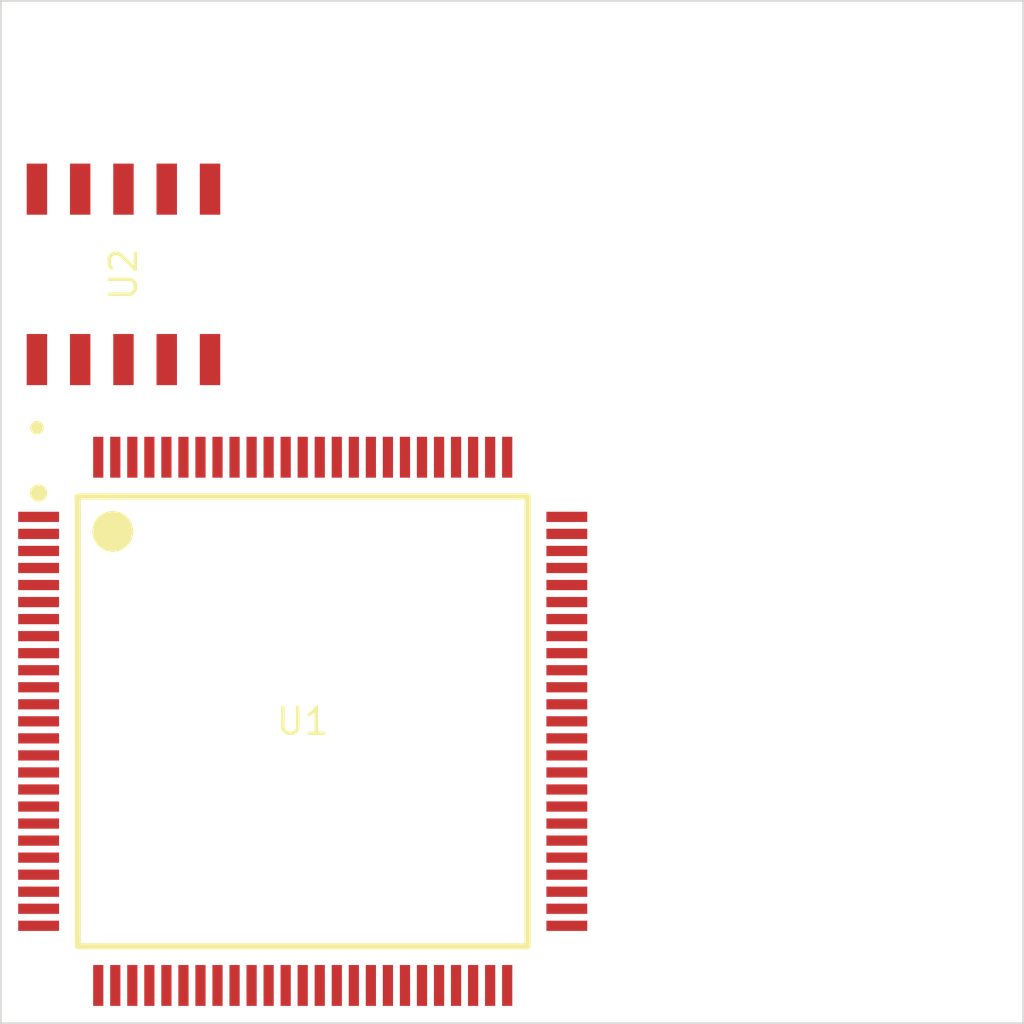
<source format=kicad_pcb>
(kicad_pcb (version 20171130) (host pcbnew 5.0.2)
  (general
    (links 0)
    (no_connects 0)
    (area 0 0 0 0)
    (thickness 1.6)
    (drawings 10)
    (tracks 0)
    (zones 0)
    (modules 0)
    (nets 4))
  (page A4)  (layers
    (0 F.Cu signal)
    (1 In1.Cu signal)
    (2 In2.Cu signal)
    (31 B.Cu signal)
    (32 B.Adhes user)
    (33 F.Adhes user)
    (34 B.Paste user)
    (35 F.Paste user)
    (36 B.SilkS user)
    (37 F.SilkS user)
    (38 B.Mask user)
    (39 F.Mask user)
    (40 Dwgs.User user)
    (41 Cmts.User user)
    (42 Eco1.User user)
    (43 Eco2.User user)
    (44 Edge.Cuts user)
    (45 Margin user)
    (46 B.CrtYd user)
    (47 F.CrtYd user)
    (48 B.Fab user)
    (49 F.Fab user))
  (setup
    (last_trace_width 0)
    (trace_clearance 0.2)
    (zone_clearance 0)
    (zone_45_only no)
    (trace_min 0.13)
    (segment_width 0.2)
    (edge_width 0.15)
    (via_size 0.5588)
    (via_drill 0.254)
    (via_min_size 0.5588)
    (via_min_drill 0.254)
    (uvia_size 0.01)
    (uvia_drill 0)
    (uvias_allowed no)
    (uvia_min_size 0)
    (uvia_min_drill 0)
    (pcb_text_width 0.3)
    (pcb_text_size 1.5 1.5)
    (mod_edge_width 0.15)
    (mod_text_size 1 1)
    (mod_text_width 0.15)
    (pad_size 1.524 1.524)
    (pad_drill 0.762)
    (pad_to_mask_clearance 0.051)
    (aux_axis_origin 0 0)
    (visible_elements FFFFFF7F)
    (pcbplotparams
      (layerselection 0x00030_80000001)
      (usegerberextensions false)
      (excludeedgelayer true)
      (linewidth 0.050000)
      (plotframeref false)
      (viasonmask false)
      (mode 1)
      (useauxorigin false)
      (hpglpennumber 1)
      (hpglpenspeed 20)
      (hpglpendiameter 15)
      (hpglpenoverlay 2)
      (psnegative false)
      (psa4output false)
      (plotreference true)
      (plotvalue true)
      (plotinvisibletext false)
      (padsonsilk false)
      (subtractmaskfromsilk false)
      (outputformat 1)
      (mirror false)
      (drillshape 1)
      (scaleselection 1)
      (outputdirectory ""))
  )
  (net 1 "PB4NJTRST")
  (net 2 "PE1")
  (net 3 "VREF+")
  (module jitx-design:STLQFP_100 (layer F.Cu) (tedit 00000000)
    (at 142.357999801636 111.142000198364 0.0)
    (pad 1 smd rect
      (at -7.75 -6.0 90.0)
      (size 0.3 1.2)
      (layers F.Cu F.Paste))
    (pad 2 smd rect
      (at -7.75 -5.5 90.0)
      (size 0.3 1.2)
      (layers F.Cu F.Paste))
    (pad 3 smd rect
      (at -7.75 -5.0 90.0)
      (size 0.3 1.2)
      (layers F.Cu F.Paste))
    (pad 4 smd rect
      (at -7.75 -4.5 90.0)
      (size 0.3 1.2)
      (layers F.Cu F.Paste))
    (pad 5 smd rect
      (at -7.75 -4.0 90.0)
      (size 0.3 1.2)
      (layers F.Cu F.Paste))
    (pad 6 smd rect
      (at -7.75 -3.5 90.0)
      (size 0.3 1.2)
      (layers F.Cu F.Paste))
    (pad 7 smd rect
      (at -7.75 -3.0 90.0)
      (size 0.3 1.2)
      (layers F.Cu F.Paste))
    (pad 8 smd rect
      (at -7.75 -2.5 90.0)
      (size 0.3 1.2)
      (layers F.Cu F.Paste))
    (pad 9 smd rect
      (at -7.75 -2.0 90.0)
      (size 0.3 1.2)
      (layers F.Cu F.Paste))
    (pad 10 smd rect
      (at -7.75 -1.5 90.0)
      (size 0.3 1.2)
      (layers F.Cu F.Paste))
    (pad 11 smd rect
      (at -7.75 -1.0 90.0)
      (size 0.3 1.2)
      (layers F.Cu F.Paste))
    (pad 12 smd rect
      (at -7.75 -0.5 90.0)
      (size 0.3 1.2)
      (layers F.Cu F.Paste))
    (pad 13 smd rect
      (at -7.75 0.0 90.0)
      (size 0.3 1.2)
      (layers F.Cu F.Paste))
    (pad 14 smd rect
      (at -7.75 0.5 90.0)
      (size 0.3 1.2)
      (layers F.Cu F.Paste))
    (pad 15 smd rect
      (at -7.75 1.0 90.0)
      (size 0.3 1.2)
      (layers F.Cu F.Paste))
    (pad 16 smd rect
      (at -7.75 1.5 90.0)
      (size 0.3 1.2)
      (layers F.Cu F.Paste))
    (pad 17 smd rect
      (at -7.75 2.0 90.0)
      (size 0.3 1.2)
      (layers F.Cu F.Paste))
    (pad 18 smd rect
      (at -7.75 2.5 90.0)
      (size 0.3 1.2)
      (layers F.Cu F.Paste))
    (pad 19 smd rect
      (at -7.75 3.0 90.0)
      (size 0.3 1.2)
      (layers F.Cu F.Paste))
    (pad 20 smd rect
      (at -7.75 3.5 90.0)
      (size 0.3 1.2)
      (layers F.Cu F.Paste))
    (pad 21 smd rect
      (at -7.75 4.0 90.0)
      (size 0.3 1.2)
      (net 3 "VREF+")
      (layers F.Cu F.Paste))
    (pad 22 smd rect
      (at -7.75 4.5 90.0)
      (size 0.3 1.2)
      (layers F.Cu F.Paste))
    (pad 23 smd rect
      (at -7.75 5.0 90.0)
      (size 0.3 1.2)
      (layers F.Cu F.Paste))
    (pad 24 smd rect
      (at -7.75 5.5 90.0)
      (size 0.3 1.2)
      (layers F.Cu F.Paste))
    (pad 25 smd rect
      (at -7.75 6.0 90.0)
      (size 0.3 1.2)
      (layers F.Cu F.Paste))
    (pad 26 smd rect
      (at -6.0 7.75 0.0)
      (size 0.3 1.2)
      (layers F.Cu F.Paste))
    (pad 27 smd rect
      (at -5.5 7.75 0.0)
      (size 0.3 1.2)
      (layers F.Cu F.Paste))
    (pad 28 smd rect
      (at -5.0 7.75 0.0)
      (size 0.3 1.2)
      (layers F.Cu F.Paste))
    (pad 29 smd rect
      (at -4.5 7.75 0.0)
      (size 0.3 1.2)
      (layers F.Cu F.Paste))
    (pad 30 smd rect
      (at -4.0 7.75 0.0)
      (size 0.3 1.2)
      (layers F.Cu F.Paste))
    (pad 31 smd rect
      (at -3.5 7.75 0.0)
      (size 0.3 1.2)
      (layers F.Cu F.Paste))
    (pad 32 smd rect
      (at -3.0 7.75 0.0)
      (size 0.3 1.2)
      (layers F.Cu F.Paste))
    (pad 33 smd rect
      (at -2.5 7.75 0.0)
      (size 0.3 1.2)
      (layers F.Cu F.Paste))
    (pad 34 smd rect
      (at -2.0 7.75 0.0)
      (size 0.3 1.2)
      (layers F.Cu F.Paste))
    (pad 35 smd rect
      (at -1.5 7.75 0.0)
      (size 0.3 1.2)
      (layers F.Cu F.Paste))
    (pad 36 smd rect
      (at -1.0 7.75 0.0)
      (size 0.3 1.2)
      (layers F.Cu F.Paste))
    (pad 37 smd rect
      (at -0.5 7.75 0.0)
      (size 0.3 1.2)
      (layers F.Cu F.Paste))
    (pad 38 smd rect
      (at 0.0 7.75 0.0)
      (size 0.3 1.2)
      (layers F.Cu F.Paste))
    (pad 39 smd rect
      (at 0.5 7.75 0.0)
      (size 0.3 1.2)
      (layers F.Cu F.Paste))
    (pad 40 smd rect
      (at 1.0 7.75 0.0)
      (size 0.3 1.2)
      (layers F.Cu F.Paste))
    (pad 41 smd rect
      (at 1.5 7.75 0.0)
      (size 0.3 1.2)
      (layers F.Cu F.Paste))
    (pad 42 smd rect
      (at 2.0 7.75 0.0)
      (size 0.3 1.2)
      (layers F.Cu F.Paste))
    (pad 43 smd rect
      (at 2.5 7.75 0.0)
      (size 0.3 1.2)
      (layers F.Cu F.Paste))
    (pad 44 smd rect
      (at 3.0 7.75 0.0)
      (size 0.3 1.2)
      (layers F.Cu F.Paste))
    (pad 45 smd rect
      (at 3.5 7.75 0.0)
      (size 0.3 1.2)
      (layers F.Cu F.Paste))
    (pad 46 smd rect
      (at 4.0 7.75 0.0)
      (size 0.3 1.2)
      (layers F.Cu F.Paste))
    (pad 47 smd rect
      (at 4.5 7.75 0.0)
      (size 0.3 1.2)
      (layers F.Cu F.Paste))
    (pad 48 smd rect
      (at 5.0 7.75 0.0)
      (size 0.3 1.2)
      (layers F.Cu F.Paste))
    (pad 49 smd rect
      (at 5.5 7.75 0.0)
      (size 0.3 1.2)
      (layers F.Cu F.Paste))
    (pad 50 smd rect
      (at 6.0 7.75 0.0)
      (size 0.3 1.2)
      (layers F.Cu F.Paste))
    (pad 51 smd rect
      (at 7.75 6.0 90.0)
      (size 0.3 1.2)
      (layers F.Cu F.Paste))
    (pad 52 smd rect
      (at 7.75 5.5 90.0)
      (size 0.3 1.2)
      (layers F.Cu F.Paste))
    (pad 53 smd rect
      (at 7.75 5.0 90.0)
      (size 0.3 1.2)
      (layers F.Cu F.Paste))
    (pad 54 smd rect
      (at 7.75 4.5 90.0)
      (size 0.3 1.2)
      (layers F.Cu F.Paste))
    (pad 55 smd rect
      (at 7.75 4.0 90.0)
      (size 0.3 1.2)
      (layers F.Cu F.Paste))
    (pad 56 smd rect
      (at 7.75 3.5 90.0)
      (size 0.3 1.2)
      (layers F.Cu F.Paste))
    (pad 57 smd rect
      (at 7.75 3.0 90.0)
      (size 0.3 1.2)
      (layers F.Cu F.Paste))
    (pad 58 smd rect
      (at 7.75 2.5 90.0)
      (size 0.3 1.2)
      (layers F.Cu F.Paste))
    (pad 59 smd rect
      (at 7.75 2.0 90.0)
      (size 0.3 1.2)
      (layers F.Cu F.Paste))
    (pad 60 smd rect
      (at 7.75 1.5 90.0)
      (size 0.3 1.2)
      (layers F.Cu F.Paste))
    (pad 61 smd rect
      (at 7.75 1.0 90.0)
      (size 0.3 1.2)
      (layers F.Cu F.Paste))
    (pad 62 smd rect
      (at 7.75 0.5 90.0)
      (size 0.3 1.2)
      (layers F.Cu F.Paste))
    (pad 63 smd rect
      (at 7.75 0.0 90.0)
      (size 0.3 1.2)
      (layers F.Cu F.Paste))
    (pad 64 smd rect
      (at 7.75 -0.5 90.0)
      (size 0.3 1.2)
      (layers F.Cu F.Paste))
    (pad 65 smd rect
      (at 7.75 -1.0 90.0)
      (size 0.3 1.2)
      (layers F.Cu F.Paste))
    (pad 66 smd rect
      (at 7.75 -1.5 90.0)
      (size 0.3 1.2)
      (layers F.Cu F.Paste))
    (pad 67 smd rect
      (at 7.75 -2.0 90.0)
      (size 0.3 1.2)
      (layers F.Cu F.Paste))
    (pad 68 smd rect
      (at 7.75 -2.5 90.0)
      (size 0.3 1.2)
      (layers F.Cu F.Paste))
    (pad 69 smd rect
      (at 7.75 -3.0 90.0)
      (size 0.3 1.2)
      (layers F.Cu F.Paste))
    (pad 70 smd rect
      (at 7.75 -3.5 90.0)
      (size 0.3 1.2)
      (layers F.Cu F.Paste))
    (pad 71 smd rect
      (at 7.75 -4.0 90.0)
      (size 0.3 1.2)
      (layers F.Cu F.Paste))
    (pad 72 smd rect
      (at 7.75 -4.5 90.0)
      (size 0.3 1.2)
      (layers F.Cu F.Paste))
    (pad 73 smd rect
      (at 7.75 -5.0 90.0)
      (size 0.3 1.2)
      (layers F.Cu F.Paste))
    (pad 74 smd rect
      (at 7.75 -5.5 90.0)
      (size 0.3 1.2)
      (layers F.Cu F.Paste))
    (pad 75 smd rect
      (at 7.75 -6.0 90.0)
      (size 0.3 1.2)
      (layers F.Cu F.Paste))
    (pad 76 smd rect
      (at 6.0 -7.75 0.0)
      (size 0.3 1.2)
      (layers F.Cu F.Paste))
    (pad 77 smd rect
      (at 5.5 -7.75 0.0)
      (size 0.3 1.2)
      (layers F.Cu F.Paste))
    (pad 78 smd rect
      (at 5.0 -7.75 0.0)
      (size 0.3 1.2)
      (layers F.Cu F.Paste))
    (pad 79 smd rect
      (at 4.5 -7.75 0.0)
      (size 0.3 1.2)
      (layers F.Cu F.Paste))
    (pad 80 smd rect
      (at 4.0 -7.75 0.0)
      (size 0.3 1.2)
      (layers F.Cu F.Paste))
    (pad 81 smd rect
      (at 3.5 -7.75 0.0)
      (size 0.3 1.2)
      (layers F.Cu F.Paste))
    (pad 82 smd rect
      (at 3.0 -7.75 0.0)
      (size 0.3 1.2)
      (layers F.Cu F.Paste))
    (pad 83 smd rect
      (at 2.5 -7.75 0.0)
      (size 0.3 1.2)
      (layers F.Cu F.Paste))
    (pad 84 smd rect
      (at 2.0 -7.75 0.0)
      (size 0.3 1.2)
      (layers F.Cu F.Paste))
    (pad 85 smd rect
      (at 1.5 -7.75 0.0)
      (size 0.3 1.2)
      (layers F.Cu F.Paste))
    (pad 86 smd rect
      (at 1.0 -7.75 0.0)
      (size 0.3 1.2)
      (layers F.Cu F.Paste))
    (pad 87 smd rect
      (at 0.5 -7.75 0.0)
      (size 0.3 1.2)
      (layers F.Cu F.Paste))
    (pad 88 smd rect
      (at 0.0 -7.75 0.0)
      (size 0.3 1.2)
      (layers F.Cu F.Paste))
    (pad 89 smd rect
      (at -0.5 -7.75 0.0)
      (size 0.3 1.2)
      (layers F.Cu F.Paste))
    (pad 90 smd rect
      (at -1.0 -7.75 0.0)
      (size 0.3 1.2)
      (net 1 "PB4NJTRST")
      (layers F.Cu F.Paste))
    (pad 91 smd rect
      (at -1.5 -7.75 0.0)
      (size 0.3 1.2)
      (layers F.Cu F.Paste))
    (pad 92 smd rect
      (at -2.0 -7.75 0.0)
      (size 0.3 1.2)
      (layers F.Cu F.Paste))
    (pad 93 smd rect
      (at -2.5 -7.75 0.0)
      (size 0.3 1.2)
      (layers F.Cu F.Paste))
    (pad 94 smd rect
      (at -3.0 -7.75 0.0)
      (size 0.3 1.2)
      (layers F.Cu F.Paste))
    (pad 95 smd rect
      (at -3.5 -7.75 0.0)
      (size 0.3 1.2)
      (layers F.Cu F.Paste))
    (pad 96 smd rect
      (at -4.0 -7.75 0.0)
      (size 0.3 1.2)
      (layers F.Cu F.Paste))
    (pad 97 smd rect
      (at -4.5 -7.75 0.0)
      (size 0.3 1.2)
      (layers F.Cu F.Paste))
    (pad 98 smd rect
      (at -5.0 -7.75 0.0)
      (size 0.3 1.2)
      (net 2 "PE1")
      (layers F.Cu F.Paste))
    (pad 99 smd rect
      (at -5.5 -7.75 0.0)
      (size 0.3 1.2)
      (layers F.Cu F.Paste))
    (pad 100 smd rect
      (at -6.0 -7.75 0.0)
      (size 0.3 1.2)
      (layers F.Cu F.Paste))
    (fp_poly (pts (xy -7.0 -5.7) (xy -7.0 -6.3) (xy -8.5 -6.3) (xy -8.5 -5.7)) (layer F.Mask) (width 0))
    (fp_poly (pts (xy -7.0 -5.2) (xy -7.0 -5.8) (xy -8.5 -5.8) (xy -8.5 -5.2)) (layer F.Mask) (width 0))
    (fp_poly (pts (xy -7.0 -4.7) (xy -7.0 -5.3) (xy -8.5 -5.3) (xy -8.5 -4.7)) (layer F.Mask) (width 0))
    (fp_poly (pts (xy -7.0 -4.2) (xy -7.0 -4.8) (xy -8.5 -4.8) (xy -8.5 -4.2)) (layer F.Mask) (width 0))
    (fp_poly (pts (xy -7.0 -3.7) (xy -7.0 -4.3) (xy -8.5 -4.3) (xy -8.5 -3.7)) (layer F.Mask) (width 0))
    (fp_poly (pts (xy -7.0 -3.2) (xy -7.0 -3.8) (xy -8.5 -3.8) (xy -8.5 -3.2)) (layer F.Mask) (width 0))
    (fp_poly (pts (xy -7.0 -2.7) (xy -7.0 -3.3) (xy -8.5 -3.3) (xy -8.5 -2.7)) (layer F.Mask) (width 0))
    (fp_poly (pts (xy -7.0 -2.2) (xy -7.0 -2.8) (xy -8.5 -2.8) (xy -8.5 -2.2)) (layer F.Mask) (width 0))
    (fp_poly (pts (xy -7.0 -1.7) (xy -7.0 -2.3) (xy -8.5 -2.3) (xy -8.5 -1.7)) (layer F.Mask) (width 0))
    (fp_poly (pts (xy -7.0 -1.2) (xy -7.0 -1.8) (xy -8.5 -1.8) (xy -8.5 -1.2)) (layer F.Mask) (width 0))
    (fp_poly (pts (xy -7.0 -0.7) (xy -7.0 -1.3) (xy -8.5 -1.3) (xy -8.5 -0.7)) (layer F.Mask) (width 0))
    (fp_poly (pts (xy -7.0 -0.2) (xy -7.0 -0.8) (xy -8.5 -0.8) (xy -8.5 -0.2)) (layer F.Mask) (width 0))
    (fp_poly (pts (xy -7.0 0.3) (xy -7.0 -0.3) (xy -8.5 -0.3) (xy -8.5 0.3)) (layer F.Mask) (width 0))
    (fp_poly (pts (xy -7.0 0.8) (xy -7.0 0.2) (xy -8.5 0.2) (xy -8.5 0.8)) (layer F.Mask) (width 0))
    (fp_poly (pts (xy -7.0 1.3) (xy -7.0 0.7) (xy -8.5 0.7) (xy -8.5 1.3)) (layer F.Mask) (width 0))
    (fp_poly (pts (xy -7.0 1.8) (xy -7.0 1.2) (xy -8.5 1.2) (xy -8.5 1.8)) (layer F.Mask) (width 0))
    (fp_poly (pts (xy -7.0 2.3) (xy -7.0 1.7) (xy -8.5 1.7) (xy -8.5 2.3)) (layer F.Mask) (width 0))
    (fp_poly (pts (xy -7.0 2.8) (xy -7.0 2.2) (xy -8.5 2.2) (xy -8.5 2.8)) (layer F.Mask) (width 0))
    (fp_poly (pts (xy -7.0 3.3) (xy -7.0 2.7) (xy -8.5 2.7) (xy -8.5 3.3)) (layer F.Mask) (width 0))
    (fp_poly (pts (xy -7.0 3.8) (xy -7.0 3.2) (xy -8.5 3.2) (xy -8.5 3.8)) (layer F.Mask) (width 0))
    (fp_poly (pts (xy -7.0 4.3) (xy -7.0 3.7) (xy -8.5 3.7) (xy -8.5 4.3)) (layer F.Mask) (width 0))
    (fp_poly (pts (xy -7.0 4.8) (xy -7.0 4.2) (xy -8.5 4.2) (xy -8.5 4.8)) (layer F.Mask) (width 0))
    (fp_poly (pts (xy -7.0 5.3) (xy -7.0 4.7) (xy -8.5 4.7) (xy -8.5 5.3)) (layer F.Mask) (width 0))
    (fp_poly (pts (xy -7.0 5.8) (xy -7.0 5.2) (xy -8.5 5.2) (xy -8.5 5.8)) (layer F.Mask) (width 0))
    (fp_poly (pts (xy -7.0 6.3) (xy -7.0 5.7) (xy -8.5 5.7) (xy -8.5 6.3)) (layer F.Mask) (width 0))
    (fp_poly (pts (xy -6.3 8.5) (xy -5.7 8.5) (xy -5.7 7.0) (xy -6.3 7.0)) (layer F.Mask) (width 0))
    (fp_poly (pts (xy -5.8 8.5) (xy -5.2 8.5) (xy -5.2 7.0) (xy -5.8 7.0)) (layer F.Mask) (width 0))
    (fp_poly (pts (xy -5.3 8.5) (xy -4.7 8.5) (xy -4.7 7.0) (xy -5.3 7.0)) (layer F.Mask) (width 0))
    (fp_poly (pts (xy -4.8 8.5) (xy -4.2 8.5) (xy -4.2 7.0) (xy -4.8 7.0)) (layer F.Mask) (width 0))
    (fp_poly (pts (xy -4.3 8.5) (xy -3.7 8.5) (xy -3.7 7.0) (xy -4.3 7.0)) (layer F.Mask) (width 0))
    (fp_poly (pts (xy -3.8 8.5) (xy -3.2 8.5) (xy -3.2 7.0) (xy -3.8 7.0)) (layer F.Mask) (width 0))
    (fp_poly (pts (xy -3.3 8.5) (xy -2.7 8.5) (xy -2.7 7.0) (xy -3.3 7.0)) (layer F.Mask) (width 0))
    (fp_poly (pts (xy -2.8 8.5) (xy -2.2 8.5) (xy -2.2 7.0) (xy -2.8 7.0)) (layer F.Mask) (width 0))
    (fp_poly (pts (xy -2.3 8.5) (xy -1.7 8.5) (xy -1.7 7.0) (xy -2.3 7.0)) (layer F.Mask) (width 0))
    (fp_poly (pts (xy -1.8 8.5) (xy -1.2 8.5) (xy -1.2 7.0) (xy -1.8 7.0)) (layer F.Mask) (width 0))
    (fp_poly (pts (xy -1.3 8.5) (xy -0.7 8.5) (xy -0.7 7.0) (xy -1.3 7.0)) (layer F.Mask) (width 0))
    (fp_poly (pts (xy -0.8 8.5) (xy -0.2 8.5) (xy -0.2 7.0) (xy -0.8 7.0)) (layer F.Mask) (width 0))
    (fp_poly (pts (xy -0.3 8.5) (xy 0.3 8.5) (xy 0.3 7.0) (xy -0.3 7.0)) (layer F.Mask) (width 0))
    (fp_poly (pts (xy 0.2 8.5) (xy 0.8 8.5) (xy 0.8 7.0) (xy 0.2 7.0)) (layer F.Mask) (width 0))
    (fp_poly (pts (xy 0.7 8.5) (xy 1.3 8.5) (xy 1.3 7.0) (xy 0.7 7.0)) (layer F.Mask) (width 0))
    (fp_poly (pts (xy 1.2 8.5) (xy 1.8 8.5) (xy 1.8 7.0) (xy 1.2 7.0)) (layer F.Mask) (width 0))
    (fp_poly (pts (xy 1.7 8.5) (xy 2.3 8.5) (xy 2.3 7.0) (xy 1.7 7.0)) (layer F.Mask) (width 0))
    (fp_poly (pts (xy 2.2 8.5) (xy 2.8 8.5) (xy 2.8 7.0) (xy 2.2 7.0)) (layer F.Mask) (width 0))
    (fp_poly (pts (xy 2.7 8.5) (xy 3.3 8.5) (xy 3.3 7.0) (xy 2.7 7.0)) (layer F.Mask) (width 0))
    (fp_poly (pts (xy 3.2 8.5) (xy 3.8 8.5) (xy 3.8 7.0) (xy 3.2 7.0)) (layer F.Mask) (width 0))
    (fp_poly (pts (xy 3.7 8.5) (xy 4.3 8.5) (xy 4.3 7.0) (xy 3.7 7.0)) (layer F.Mask) (width 0))
    (fp_poly (pts (xy 4.2 8.5) (xy 4.8 8.5) (xy 4.8 7.0) (xy 4.2 7.0)) (layer F.Mask) (width 0))
    (fp_poly (pts (xy 4.7 8.5) (xy 5.3 8.5) (xy 5.3 7.0) (xy 4.7 7.0)) (layer F.Mask) (width 0))
    (fp_poly (pts (xy 5.2 8.5) (xy 5.8 8.5) (xy 5.8 7.0) (xy 5.2 7.0)) (layer F.Mask) (width 0))
    (fp_poly (pts (xy 5.7 8.5) (xy 6.3 8.5) (xy 6.3 7.0) (xy 5.7 7.0)) (layer F.Mask) (width 0))
    (fp_poly (pts (xy 8.5 6.3) (xy 8.5 5.7) (xy 7.0 5.7) (xy 7.0 6.3)) (layer F.Mask) (width 0))
    (fp_poly (pts (xy 8.5 5.8) (xy 8.5 5.2) (xy 7.0 5.2) (xy 7.0 5.8)) (layer F.Mask) (width 0))
    (fp_poly (pts (xy 8.5 5.3) (xy 8.5 4.7) (xy 7.0 4.7) (xy 7.0 5.3)) (layer F.Mask) (width 0))
    (fp_poly (pts (xy 8.5 4.8) (xy 8.5 4.2) (xy 7.0 4.2) (xy 7.0 4.8)) (layer F.Mask) (width 0))
    (fp_poly (pts (xy 8.5 4.3) (xy 8.5 3.7) (xy 7.0 3.7) (xy 7.0 4.3)) (layer F.Mask) (width 0))
    (fp_poly (pts (xy 8.5 3.8) (xy 8.5 3.2) (xy 7.0 3.2) (xy 7.0 3.8)) (layer F.Mask) (width 0))
    (fp_poly (pts (xy 8.5 3.3) (xy 8.5 2.7) (xy 7.0 2.7) (xy 7.0 3.3)) (layer F.Mask) (width 0))
    (fp_poly (pts (xy 8.5 2.8) (xy 8.5 2.2) (xy 7.0 2.2) (xy 7.0 2.8)) (layer F.Mask) (width 0))
    (fp_poly (pts (xy 8.5 2.3) (xy 8.5 1.7) (xy 7.0 1.7) (xy 7.0 2.3)) (layer F.Mask) (width 0))
    (fp_poly (pts (xy 8.5 1.8) (xy 8.5 1.2) (xy 7.0 1.2) (xy 7.0 1.8)) (layer F.Mask) (width 0))
    (fp_poly (pts (xy 8.5 1.3) (xy 8.5 0.7) (xy 7.0 0.7) (xy 7.0 1.3)) (layer F.Mask) (width 0))
    (fp_poly (pts (xy 8.5 0.8) (xy 8.5 0.2) (xy 7.0 0.2) (xy 7.0 0.8)) (layer F.Mask) (width 0))
    (fp_poly (pts (xy 8.5 0.3) (xy 8.5 -0.3) (xy 7.0 -0.3) (xy 7.0 0.3)) (layer F.Mask) (width 0))
    (fp_poly (pts (xy 8.5 -0.2) (xy 8.5 -0.8) (xy 7.0 -0.8) (xy 7.0 -0.2)) (layer F.Mask) (width 0))
    (fp_poly (pts (xy 8.5 -0.7) (xy 8.5 -1.3) (xy 7.0 -1.3) (xy 7.0 -0.7)) (layer F.Mask) (width 0))
    (fp_poly (pts (xy 8.5 -1.2) (xy 8.5 -1.8) (xy 7.0 -1.8) (xy 7.0 -1.2)) (layer F.Mask) (width 0))
    (fp_poly (pts (xy 8.5 -1.7) (xy 8.5 -2.3) (xy 7.0 -2.3) (xy 7.0 -1.7)) (layer F.Mask) (width 0))
    (fp_poly (pts (xy 8.5 -2.2) (xy 8.5 -2.8) (xy 7.0 -2.8) (xy 7.0 -2.2)) (layer F.Mask) (width 0))
    (fp_poly (pts (xy 8.5 -2.7) (xy 8.5 -3.3) (xy 7.0 -3.3) (xy 7.0 -2.7)) (layer F.Mask) (width 0))
    (fp_poly (pts (xy 8.5 -3.2) (xy 8.5 -3.8) (xy 7.0 -3.8) (xy 7.0 -3.2)) (layer F.Mask) (width 0))
    (fp_poly (pts (xy 8.5 -3.7) (xy 8.5 -4.3) (xy 7.0 -4.3) (xy 7.0 -3.7)) (layer F.Mask) (width 0))
    (fp_poly (pts (xy 8.5 -4.2) (xy 8.5 -4.8) (xy 7.0 -4.8) (xy 7.0 -4.2)) (layer F.Mask) (width 0))
    (fp_poly (pts (xy 8.5 -4.7) (xy 8.5 -5.3) (xy 7.0 -5.3) (xy 7.0 -4.7)) (layer F.Mask) (width 0))
    (fp_poly (pts (xy 8.5 -5.2) (xy 8.5 -5.8) (xy 7.0 -5.8) (xy 7.0 -5.2)) (layer F.Mask) (width 0))
    (fp_poly (pts (xy 8.5 -5.7) (xy 8.5 -6.3) (xy 7.0 -6.3) (xy 7.0 -5.7)) (layer F.Mask) (width 0))
    (fp_poly (pts (xy 5.7 -7.0) (xy 6.3 -7.0) (xy 6.3 -8.5) (xy 5.7 -8.5)) (layer F.Mask) (width 0))
    (fp_poly (pts (xy 5.2 -7.0) (xy 5.8 -7.0) (xy 5.8 -8.5) (xy 5.2 -8.5)) (layer F.Mask) (width 0))
    (fp_poly (pts (xy 4.7 -7.0) (xy 5.3 -7.0) (xy 5.3 -8.5) (xy 4.7 -8.5)) (layer F.Mask) (width 0))
    (fp_poly (pts (xy 4.2 -7.0) (xy 4.8 -7.0) (xy 4.8 -8.5) (xy 4.2 -8.5)) (layer F.Mask) (width 0))
    (fp_poly (pts (xy 3.7 -7.0) (xy 4.3 -7.0) (xy 4.3 -8.5) (xy 3.7 -8.5)) (layer F.Mask) (width 0))
    (fp_poly (pts (xy 3.2 -7.0) (xy 3.8 -7.0) (xy 3.8 -8.5) (xy 3.2 -8.5)) (layer F.Mask) (width 0))
    (fp_poly (pts (xy 2.7 -7.0) (xy 3.3 -7.0) (xy 3.3 -8.5) (xy 2.7 -8.5)) (layer F.Mask) (width 0))
    (fp_poly (pts (xy 2.2 -7.0) (xy 2.8 -7.0) (xy 2.8 -8.5) (xy 2.2 -8.5)) (layer F.Mask) (width 0))
    (fp_poly (pts (xy 1.7 -7.0) (xy 2.3 -7.0) (xy 2.3 -8.5) (xy 1.7 -8.5)) (layer F.Mask) (width 0))
    (fp_poly (pts (xy 1.2 -7.0) (xy 1.8 -7.0) (xy 1.8 -8.5) (xy 1.2 -8.5)) (layer F.Mask) (width 0))
    (fp_poly (pts (xy 0.7 -7.0) (xy 1.3 -7.0) (xy 1.3 -8.5) (xy 0.7 -8.5)) (layer F.Mask) (width 0))
    (fp_poly (pts (xy 0.2 -7.0) (xy 0.8 -7.0) (xy 0.8 -8.5) (xy 0.2 -8.5)) (layer F.Mask) (width 0))
    (fp_poly (pts (xy -0.3 -7.0) (xy 0.3 -7.0) (xy 0.3 -8.5) (xy -0.3 -8.5)) (layer F.Mask) (width 0))
    (fp_poly (pts (xy -0.8 -7.0) (xy -0.2 -7.0) (xy -0.2 -8.5) (xy -0.8 -8.5)) (layer F.Mask) (width 0))
    (fp_poly (pts (xy -1.3 -7.0) (xy -0.7 -7.0) (xy -0.7 -8.5) (xy -1.3 -8.5)) (layer F.Mask) (width 0))
    (fp_poly (pts (xy -1.8 -7.0) (xy -1.2 -7.0) (xy -1.2 -8.5) (xy -1.8 -8.5)) (layer F.Mask) (width 0))
    (fp_poly (pts (xy -2.3 -7.0) (xy -1.7 -7.0) (xy -1.7 -8.5) (xy -2.3 -8.5)) (layer F.Mask) (width 0))
    (fp_poly (pts (xy -2.8 -7.0) (xy -2.2 -7.0) (xy -2.2 -8.5) (xy -2.8 -8.5)) (layer F.Mask) (width 0))
    (fp_poly (pts (xy -3.3 -7.0) (xy -2.7 -7.0) (xy -2.7 -8.5) (xy -3.3 -8.5)) (layer F.Mask) (width 0))
    (fp_poly (pts (xy -3.8 -7.0) (xy -3.2 -7.0) (xy -3.2 -8.5) (xy -3.8 -8.5)) (layer F.Mask) (width 0))
    (fp_poly (pts (xy -4.3 -7.0) (xy -3.7 -7.0) (xy -3.7 -8.5) (xy -4.3 -8.5)) (layer F.Mask) (width 0))
    (fp_poly (pts (xy -4.8 -7.0) (xy -4.2 -7.0) (xy -4.2 -8.5) (xy -4.8 -8.5)) (layer F.Mask) (width 0))
    (fp_poly (pts (xy -5.3 -7.0) (xy -4.7 -7.0) (xy -4.7 -8.5) (xy -5.3 -8.5)) (layer F.Mask) (width 0))
    (fp_poly (pts (xy -5.8 -7.0) (xy -5.2 -7.0) (xy -5.2 -8.5) (xy -5.8 -8.5)) (layer F.Mask) (width 0))
    (fp_poly (pts (xy -6.3 -7.0) (xy -5.7 -7.0) (xy -5.7 -8.5) (xy -6.3 -8.5)) (layer F.Mask) (width 0))
    (fp_line (start -7.625 -6.7) (end -7.63451505843609 -6.74783542904564) (layer F.SilkS) (width 0.25))
    (fp_line (start -7.63451505843609 -6.74783542904564) (end -7.66161165235168 -6.78838834764832) (layer F.SilkS) (width 0.25))
    (fp_line (start -7.66161165235168 -6.78838834764832) (end -7.70216457095436 -6.81548494156391) (layer F.SilkS) (width 0.25))
    (fp_line (start -7.70216457095436 -6.81548494156391) (end -7.75 -6.825) (layer F.SilkS) (width 0.25))
    (fp_line (start -7.75 -6.825) (end -7.79783542904564 -6.81548494156391) (layer F.SilkS) (width 0.25))
    (fp_line (start -7.79783542904564 -6.81548494156391) (end -7.83838834764832 -6.78838834764832) (layer F.SilkS) (width 0.25))
    (fp_line (start -7.83838834764832 -6.78838834764832) (end -7.86548494156391 -6.74783542904564) (layer F.SilkS) (width 0.25))
    (fp_line (start -7.86548494156391 -6.74783542904564) (end -7.875 -6.7) (layer F.SilkS) (width 0.25))
    (fp_line (start -7.875 -6.7) (end -7.86548494156391 -6.65216457095436) (layer F.SilkS) (width 0.25))
    (fp_line (start -7.86548494156391 -6.65216457095436) (end -7.83838834764832 -6.61161165235168) (layer F.SilkS) (width 0.25))
    (fp_line (start -7.83838834764832 -6.61161165235168) (end -7.79783542904564 -6.58451505843609) (layer F.SilkS) (width 0.25))
    (fp_line (start -7.79783542904564 -6.58451505843609) (end -7.75 -6.575) (layer F.SilkS) (width 0.25))
    (fp_line (start -7.75 -6.575) (end -7.70216457095436 -6.58451505843609) (layer F.SilkS) (width 0.25))
    (fp_line (start -7.70216457095436 -6.58451505843609) (end -7.66161165235168 -6.61161165235168) (layer F.SilkS) (width 0.25))
    (fp_line (start -7.66161165235168 -6.61161165235168) (end -7.63451505843609 -6.65216457095436) (layer F.SilkS) (width 0.25))
    (fp_line (start -7.63451505843609 -6.65216457095436) (end -7.625 -6.7) (layer F.SilkS) (width 0.25))
    (fp_line (start -5.273 -5.573) (end -5.29583614024661 -5.68780502970953) (layer F.SilkS) (width 0.6))
    (fp_line (start -5.29583614024661 -5.68780502970953) (end -5.36086796564404 -5.78513203435596) (layer F.SilkS) (width 0.6))
    (fp_line (start -5.36086796564404 -5.78513203435596) (end -5.45819497029047 -5.85016385975339) (layer F.SilkS) (width 0.6))
    (fp_line (start -5.45819497029047 -5.85016385975339) (end -5.573 -5.873) (layer F.SilkS) (width 0.6))
    (fp_line (start -5.573 -5.873) (end -5.68780502970953 -5.85016385975339) (layer F.SilkS) (width 0.6))
    (fp_line (start -5.68780502970953 -5.85016385975339) (end -5.78513203435596 -5.78513203435596) (layer F.SilkS) (width 0.6))
    (fp_line (start -5.78513203435596 -5.78513203435596) (end -5.85016385975339 -5.68780502970953) (layer F.SilkS) (width 0.6))
    (fp_line (start -5.85016385975339 -5.68780502970953) (end -5.873 -5.573) (layer F.SilkS) (width 0.6))
    (fp_line (start -5.873 -5.573) (end -5.85016385975339 -5.45819497029047) (layer F.SilkS) (width 0.6))
    (fp_line (start -5.85016385975339 -5.45819497029047) (end -5.78513203435597 -5.36086796564404) (layer F.SilkS) (width 0.6))
    (fp_line (start -5.78513203435597 -5.36086796564404) (end -5.68780502970953 -5.29583614024661) (layer F.SilkS) (width 0.6))
    (fp_line (start -5.68780502970953 -5.29583614024661) (end -5.573 -5.273) (layer F.SilkS) (width 0.6))
    (fp_line (start -5.573 -5.273) (end -5.45819497029047 -5.29583614024661) (layer F.SilkS) (width 0.6))
    (fp_line (start -5.45819497029047 -5.29583614024661) (end -5.36086796564404 -5.36086796564404) (layer F.SilkS) (width 0.6))
    (fp_line (start -5.36086796564404 -5.36086796564404) (end -5.29583614024661 -5.45819497029047) (layer F.SilkS) (width 0.6))
    (fp_line (start -5.29583614024661 -5.45819497029047) (end -5.273 -5.573) (layer F.SilkS) (width 0.6))
    (fp_line (start -6.6 6.6) (end -6.6 -6.6) (layer F.SilkS) (width 0.1778))
    (fp_line (start 6.6 6.6) (end 6.6 -6.6) (layer F.SilkS) (width 0.1778))
    (fp_line (start -6.6 -6.6) (end 6.6 -6.6) (layer F.SilkS) (width 0.1778))
    (fp_line (start -6.6 6.6) (end 6.6 6.6) (layer F.SilkS) (width 0.1778))
    (fp_text reference "U1" (at 0.0 0.0 0.0) (layer F.SilkS)
      (effects (font (size 0.762 0.762) (thickness 0.10)) (justify ))))
  (module jitx-design:soic127p_landpattern (layer F.Cu) (tedit 00000000)
    (at 137.097999572754 98.0260000228882 90.0)
    (pad 1 smd rect
      (at -2.5 -2.54 0.0)
      (size 0.6 1.5)
      (net 1 "PB4NJTRST")
      (layers F.Cu F.Paste))
    (pad 2 smd rect
      (at -2.5 -1.27 0.0)
      (size 0.6 1.5)
      (net 2 "PE1")
      (layers F.Cu F.Paste))
    (pad 3 smd rect
      (at -2.5 0.0 0.0)
      (size 0.6 1.5)
      (net 3 "VREF+")
      (layers F.Cu F.Paste))
    (pad 4 smd rect
      (at -2.5 1.27 0.0)
      (size 0.6 1.5)
      (layers F.Cu F.Paste))
    (pad 5 smd rect
      (at -2.5 2.54 0.0)
      (size 0.6 1.5)
      (layers F.Cu F.Paste))
    (pad 6 smd rect
      (at 2.5 2.54 180.0)
      (size 0.6 1.5)
      (layers F.Cu F.Paste))
    (pad 7 smd rect
      (at 2.5 1.27 180.0)
      (size 0.6 1.5)
      (layers F.Cu F.Paste))
    (pad 8 smd rect
      (at 2.5 0.0 180.0)
      (size 0.6 1.5)
      (layers F.Cu F.Paste))
    (pad 9 smd rect
      (at 2.5 -1.27 180.0)
      (size 0.6 1.5)
      (layers F.Cu F.Paste))
    (pad 10 smd rect
      (at 2.5 -2.54 180.0)
      (size 0.6 1.5)
      (layers F.Cu F.Paste))
    (fp_poly (pts (xy -3.4 -2.99) (xy -3.4 -2.09) (xy -1.6 -2.09) (xy -1.6 -2.99)) (layer F.Mask) (width 0))
    (fp_poly (pts (xy -3.4 -1.72) (xy -3.4 -0.82) (xy -1.6 -0.82) (xy -1.6 -1.72)) (layer F.Mask) (width 0))
    (fp_poly (pts (xy -3.4 -0.45) (xy -3.4 0.45) (xy -1.6 0.45) (xy -1.6 -0.45)) (layer F.Mask) (width 0))
    (fp_poly (pts (xy -3.4 0.82) (xy -3.4 1.72) (xy -1.6 1.72) (xy -1.6 0.82)) (layer F.Mask) (width 0))
    (fp_poly (pts (xy -3.4 2.09) (xy -3.4 2.99) (xy -1.6 2.99) (xy -1.6 2.09)) (layer F.Mask) (width 0))
    (fp_poly (pts (xy 3.4 2.99) (xy 3.4 2.09) (xy 1.6 2.09) (xy 1.6 2.99)) (layer F.Mask) (width 0))
    (fp_poly (pts (xy 3.4 1.72) (xy 3.4 0.82) (xy 1.6 0.82) (xy 1.6 1.72)) (layer F.Mask) (width 0))
    (fp_poly (pts (xy 3.4 0.45) (xy 3.4 -0.45) (xy 1.6 -0.45) (xy 1.6 0.45)) (layer F.Mask) (width 0))
    (fp_poly (pts (xy 3.4 -0.82) (xy 3.4 -1.72) (xy 1.6 -1.72) (xy 1.6 -0.82)) (layer F.Mask) (width 0))
    (fp_poly (pts (xy 3.4 -2.09) (xy 3.4 -2.99) (xy 1.6 -2.99) (xy 1.6 -2.09)) (layer F.Mask) (width 0))
    (fp_line (start -3.75 3.09) (end 3.75 3.09) (layer F.CrtYd) (width 0.05))
    (fp_line (start 3.75 3.09) (end 3.75 -3.09) (layer F.CrtYd) (width 0.05))
    (fp_line (start 3.75 -3.09) (end -3.75 -3.09) (layer F.CrtYd) (width 0.05))
    (fp_line (start -3.75 -3.09) (end -3.75 3.09) (layer F.CrtYd) (width 0.05))
    (fp_poly (pts (xy -4.3 -2.54) (xy -4.30384294391935 -2.57901806440323) (xy -4.31522409349774 -2.61653668647302) (xy -4.33370607753949 -2.65111404660392) (xy -4.35857864376269 -2.68142135623731) (xy -4.38888595339608 -2.70629392246051) (xy -4.42346331352698 -2.72477590650226) (xy -4.46098193559677 -2.73615705608065) (xy -4.5 -2.74) (xy -4.53901806440323 -2.73615705608065) (xy -4.57653668647302 -2.72477590650226) (xy -4.61111404660392 -2.70629392246051) (xy -4.64142135623731 -2.68142135623731) (xy -4.66629392246051 -2.65111404660392) (xy -4.68477590650226 -2.61653668647302) (xy -4.69615705608065 -2.57901806440323) (xy -4.7 -2.54) (xy -4.69615705608065 -2.50098193559677) (xy -4.68477590650226 -2.46346331352698) (xy -4.66629392246051 -2.42888595339608) (xy -4.64142135623731 -2.39857864376269) (xy -4.61111404660392 -2.37370607753949) (xy -4.57653668647302 -2.35522409349774) (xy -4.53901806440323 -2.34384294391935) (xy -4.5 -2.34) (xy -4.46098193559677 -2.34384294391935) (xy -4.42346331352698 -2.35522409349774) (xy -4.38888595339608 -2.37370607753949) (xy -4.35857864376269 -2.39857864376269) (xy -4.33370607753949 -2.42888595339608) (xy -4.31522409349774 -2.46346331352698) (xy -4.30384294391935 -2.50098193559677)) (layer F.SilkS) (width 0))
    (fp_text reference "U2" (at 0.0 0.0 90.0) (layer F.SilkS)
      (effects (font (size 0.762 0.762) (thickness 0.10)) (justify ))))
  (gr_line (start 133.5 120.0) (end 163.5 120.0) (layer Edge.Cuts) (width 0.05))
  (gr_line (start 163.5 120.0) (end 163.5 90.0) (layer Edge.Cuts) (width 0.05))
  (gr_line (start 163.5 90.0) (end 133.5 90.0) (layer Edge.Cuts) (width 0.05))
  (gr_line (start 133.5 90.0) (end 133.5 120.0) (layer Edge.Cuts) (width 0.05))
  
  (net_class Default "This is the Default net class."
      (clearance 0.2)
      (trace_width 0.13)
      (via_dia 0.5588)
      (via_drill 0.254)
      (uvia_dia 0.01)
      (uvia_drill 0)
      
    (add_net VREF+)
    (add_net PE1)
    (add_net PB4NJTRST)
      )
  )
</source>
